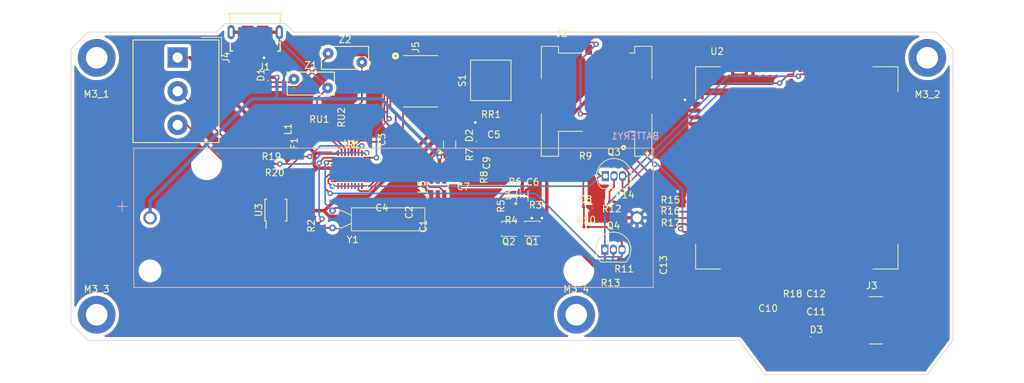
<source format=kicad_pcb>
(kicad_pcb (version 20211014) (generator pcbnew)
  (title_block (title "Mercurio: LTE Transmitter for IoT Sensing") (date "23/05/2022") (rev "V1.0") (company "Vitor Cruz Souza") (comment 1 "Made as an entry avaluation project for TRACTIAN."))
  (layers (0 "F.Cu" signal) (31 "B.Cu" signal) (34 "B.Paste" user) (35 "F.Paste" user) (36 "B.SilkS" user "B.Silkscreen") (37 "F.SilkS" user "F.Silkscreen") (38 "B.Mask" user) (39 "F.Mask" user) (44 "Edge.Cuts" user))
  (net 0 "")
  (net 1 "GND")
  (net 2 "Net-(BATTERY1-PadP)")
  (net 3 "Net-(C1-Pad2)")
  (net 4 "Net-(C2-Pad2)")
  (net 5 "Net-(C3-Pad1)")
  (net 6 "VBAT")
  (net 7 "Net-(C5-Pad1)")
  (net 8 "Net-(C6-Pad2)")
  (net 9 "Net-(C8-Pad1)")
  (net 10 "Net-(C10-Pad1)")
  (net 11 "Net-(C10-Pad2)")
  (net 12 "Net-(C13-Pad1)")
  (net 13 "VUSB")
  (net 14 "Net-(D2-Pad2)")
  (net 15 "Net-(F1-Pad2)")
  (net 16 "Net-(Z1-Pad2)")
  (net 17 "Net-(Z2-Pad2)")
  (net 19 "Net-(L1-Pad2)")
  (net 20 "SIM_VDD")
  (net 21 "SIM_RST")
  (net 22 "SIM_CLK")
  (net 23 "SIM_DATA")
  (net 24 "MAIN_ANT")
  (net 25 "Net-(J4-Pad2)")
  (net 26 "Net-(J4-Pad3)")
  (net 27 "Net-(J5-Pad1)")
  (net 28 "Net-(J5-Pad3)")
  (net 29 "Net-(J5-Pad4)")
  (net 30 "Net-(Q1-Pad1)")
  (net 31 "Net-(Q1-Pad3)")
  (net 32 "Net-(Q2-Pad3)")
  (net 33 "Net-(Q2-Pad4)")
  (net 34 "TXA")
  (net 35 "Net-(Q3-Pad2)")
  (net 36 "Net-(Q3-Pad3)")
  (net 37 "Net-(Q4-Pad1)")
  (net 38 "Net-(Q4-Pad2)")
  (net 39 "RXA")
  (net 40 "Net-(R2-Pad2)")
  (net 41 "Net-(R5-Pad1)")
  (net 42 "Net-(R7-Pad2)")
  (net 43 "Net-(R12-Pad1)")
  (net 44 "Net-(R15-Pad2)")
  (net 45 "Net-(R16-Pad2)")
  (net 46 "Net-(R17-Pad2)")
  (net 47 "Net-(R19-Pad1)")
  (net 48 "SCL")
  (net 49 "Net-(R20-Pad1)")
  (net 50 "SCA")
  (net 51 "Net-(RU1-Pad2)")
  (net 52 "Net-(RU2-Pad1)")
  (net 53 "Net-(RU2-Pad2)")
  (net 54 "Net-(U1-Pad3)")
  (footprint "Resistor_SMD:R_0201_0603Metric" (layer "F.Cu") (at 161.4073 108.301 180)
    (fp_text reference "R13")
    (fp_text value "4.7k")
  )
  (footprint "MountingHole:MountingHole_3.2mm_M3_DIN965_Pad" (layer "F.Cu") (at 85.2085 75.9651)
    (fp_text reference "M3_1")
    (fp_text value "MountingHole_3.2mm_M3_DIN965_Pad")
  )
  (footprint "MountingHole:MountingHole_3.2mm_M3_DIN965_Pad" (layer "F.Cu") (at 156.3285 114.0651)
    (fp_text reference "M3_4")
    (fp_text value "MountingHole_3.2mm_M3_DIN965_Pad")
  )
  (footprint "MountingHole:MountingHole_3.2mm_M3_DIN965_Pad" (layer "F.Cu") (at 208.3985 75.9651)
    (fp_text reference "M3_2")
    (fp_text value "MountingHole_3.2mm_M3_DIN965_Pad")
  )
  (footprint "Resistor_SMD:R_0201_0603Metric" (layer "F.Cu") (at 143.6931 83.3113 180)
    (fp_text reference "RR1")
    (fp_text value "10k")
  )
  (footprint "Resistor_SMD:R_0201_0603Metric" (layer "F.Cu") (at 163.5169 97.3385)
    (fp_text reference "R14")
    (fp_text value "4.7k")
  )
  (footprint "Diode_SMD:D_0201_0603Metric" (layer "F.Cu") (at 110.6085 78.5051 90)
    (fp_text reference "D1")
    (fp_text value "MMSZ5221B")
  )
  (footprint "Capacitor_SMD:C_0201_0603Metric" (layer "F.Cu") (at 127.5138 99.2625)
    (fp_text reference "C4")
    (fp_text value "100nF")
  )
  (footprint "Resistor_SMD:R_0201_0603Metric" (layer "F.Cu") (at 122.5601 84.7959 90)
    (fp_text reference "RU2")
    (fp_text value "22R")
  )
  (footprint "Capacitor_SMD:C_0201_0603Metric" (layer "F.Cu") (at 191.8885 112.0001)
    (fp_text reference "C12")
    (fp_text value "33pF")
  )
  (footprint "TerminalBlock_Altech:Altech_AK300_1x03_P5.00mm_45-Degree" (layer "F.Cu") (at 97.2116 75.9158 -90)
    (fp_text reference "J4")
    (fp_text value "SENSOR_IN")
  )
  (footprint "Capacitor_SMD:C_0201_0603Metric" (layer "F.Cu") (at 157.7134 98.0095)
    (fp_text reference "C8")
    (fp_text value "0.1uF")
  )
  (footprint "BQ29707DSET:SON50P150X150X80-6N" (layer "F.Cu") (at 148.3267 96.4516 90)
    (fp_text reference "U4")
    (fp_text value "BQ29707DSET")
  )
  (footprint "Resistor_SMD:R_0201_0603Metric" (layer "F.Cu") (at 147.2626 93.3094 180)
    (fp_text reference "R6")
    (fp_text value "330R")
  )
  (footprint "SIM7600E-H:IC_SIM7600E-H" (layer "F.Cu") (at 189.0404 92.2845)
    (fp_text reference "U2")
    (fp_text value "SIM7600E-H")
  )
  (footprint "Resistor_SMD:R_0201_0603Metric" (layer "F.Cu") (at 118.2285 86.1251)
    (fp_text reference "RU1")
    (fp_text value "22R")
  )
  (footprint "Resistor_SMD:R_0201_0603Metric" (layer "F.Cu") (at 161.5838 97.3033 180)
    (fp_text reference "R12")
    (fp_text value "4.7k")
  )
  (footprint "Resistor_SMD:R_0201_0603Metric" (layer "F.Cu") (at 188.4193 112.0128)
    (fp_text reference "R18")
    (fp_text value "1k")
  )
  (footprint "Diode_SMD:D_0201_0603Metric" (layer "F.Cu") (at 191.9517 117.3377)
    (fp_text reference "D3")
    (fp_text value "MMSZ5221B")
  )
  (footprint "Capacitor_SMD:C_0201_0603Metric" (layer "F.Cu") (at 139.5936 94.0185 180)
    (fp_text reference "C7")
    (fp_text value "22pF")
  )
  (footprint "Resistor_SMD:R_0201_0603Metric" (layer "F.Cu") (at 150.2896 98.8433)
    (fp_text reference "R3")
    (fp_text value "5.1M")
  )
  (footprint "Resistor_SMD:R_0201_0603Metric" (layer "F.Cu") (at 141.6083 93.6773 -90)
    (fp_text reference "R8")
    (fp_text value "30R")
  )
  (footprint "693010020611:WURTH_693010020611" (layer "F.Cu") (at 159.3489 81.0592)
    (fp_text reference "J2")
    (fp_text value "SIM_CARD_SLOT")
  )
  (footprint "Capacitor_SMD:C_0201_0603Metric" (layer "F.Cu") (at 132.5955 100.9436 -90)
    (fp_text reference "C1")
    (fp_text value "22pF")
  )
  (footprint "Resistor_SMD:R_0201_0603Metric" (layer "F.Cu") (at 170.2816 99.7299)
    (fp_text reference "R16")
    (fp_text value "22R")
  )
  (footprint "Diode_SMD:D_0201_0603Metric" (layer "F.Cu") (at 141.5254 87.4881 90)
    (fp_text reference "D2")
    (fp_text value "MMSZ5221B")
  )
  (footprint "Varistor:RV_Disc_D7mm_W3.4mm_P5mm" (layer "F.Cu") (at 119.4585 80.4251 180)
    (fp_text reference "Z1")
    (fp_text value "PGB1010604")
  )
  (footprint "Resistor_SMD:R_0201_0603Metric" (layer "F.Cu") (at 170.3011 98.0936)
    (fp_text reference "R15")
    (fp_text value "22R")
  )
  (footprint "Package_SO:TSSOP-10_3x3mm_P0.5mm" (layer "F.Cu") (at 111.7819 98.5458 90)
    (fp_text reference "U3")
    (fp_text value "ADS1115IDGS")
  )
  (footprint "Crystal:Crystal_AT310_D3.0mm_L10.0mm_Horizontal" (layer "F.Cu") (at 120.1795 101.1808 90)
    (fp_text reference "Y1")
    (fp_text value "16MHz")
  )
  (footprint "Capacitor_SMD:C_0201_0603Metric" (layer "F.Cu") (at 191.9087 114.6696)
    (fp_text reference "C11")
    (fp_text value "0.1uF")
  )
  (footprint "CONSMA001-SMD-G:LINX_CONSMA001-SMD-G" (layer "F.Cu") (at 200.7785 114.8915)
    (fp_text reference "J3")
    (fp_text value "MAIN_ANTENNA")
  )
  (footprint "MountingHole:MountingHole_3.2mm_M3_DIN965_Pad" (layer "F.Cu") (at 85.2085 114.0651)
    (fp_text reference "M3_3")
    (fp_text value "MountingHole_3.2mm_M3_DIN965_Pad")
  )
  (footprint "Package_TO_SOT_SMD:SOT-23-6" (layer "F.Cu") (at 135.7976 95.1081 90)
    (fp_text reference "U5")
    (fp_text value "MT3608")
  )
  (footprint "Capacitor_SMD:C_0201_0603Metric" (layer "F.Cu") (at 149.8782 93.3401 180)
    (fp_text reference "C6")
    (fp_text value "0.1uF")
  )
  (footprint "Resistor_SMD:R_0201_0603Metric" (layer "F.Cu") (at 111.1168 91.6534)
    (fp_text reference "R19")
    (fp_text value "10k")
  )
  (footprint "61000621121:61000621121" (layer "F.Cu") (at 133.3368 82.0318 -90)
    (fp_text reference "J5")
    (fp_text value "ICSP")
  )
  (footprint "Resistor_SMD:R_0201_0603Metric" (layer "F.Cu") (at 163.4291 108.3222)
    (fp_text reference "R11")
    (fp_text value "4.7k")
  )
  (footprint "Package_SON:Texas_DQK" (layer "F.Cu") (at 149.8222 101.3068 180)
    (fp_text reference "Q1")
    (fp_text value "CSD16301Q2")
  )
  (footprint "Inductor_SMD:L_0201_0603Metric" (layer "F.Cu") (at 114.642 86.5365 90)
    (fp_text reference "L1")
    (fp_text value "BLM21")
  )
  (footprint "Package_TO_SOT_THT:TO-92_Inline" (layer "F.Cu") (at 160.6588 93.4985)
    (fp_text reference "Q3")
    (fp_text value "S8050")
  )
  (footprint "USB3075-30-A:GCT_USB3075-30-A" (layer "F.Cu") (at 110.0185 74.8051 180)
    (fp_text reference "J1")
    (fp_text value "USB_MICRO_B")
  )
  (footprint "Resistor_SMD:R_0201_0603Metric" (layer "F.Cu") (at 141.5616 90.3284 90)
    (fp_text reference "R7")
    (fp_text value "220R")
  )
  (footprint "Package_DFN_QFN:QFN-32-1EP_5x5mm_P0.5mm_EP3.1x3.1mm" (layer "F.Cu") (at 122.7834 92.5239)
    (fp_text reference "U1")
    (fp_text value "ATmega8U2-MU")
  )
  (footprint "Resistor_SMD:R_0201_0603Metric" (layer "F.Cu") (at 144.1168 97.9603 -90)
    (fp_text reference "R5")
    (fp_text value "2.2k")
  )
  (footprint "AIML-1206-120K-T:INDC3216X140N" (layer "F.Cu") (at 137.5585 88.8254 90)
    (fp_text reference "L2")
    (fp_text value "12uH")
  )
  (footprint "Package_SON:Texas_DQK" (layer "F.Cu") (at 146.3312 101.3259 180)
    (fp_text reference "Q2")
    (fp_text value "CSD16301Q2")
  )
  (footprint "Resistor_SMD:R_0201_0603Metric" (layer "F.Cu") (at 157.7058 91.5683)
    (fp_text reference "R9")
    (fp_text value "4.7k")
  )
  (footprint "Capacitor_SMD:C_0201_0603Metric" (layer "F.Cu") (at 128.5643 88.0944 90)
    (fp_text reference "C3")
    (fp_text value "1uF")
  )
  (footprint "Resistor_SMD:R_0201_0603Metric" (layer "F.Cu") (at 118.0903 100.8766 90)
    (fp_text reference "R2")
    (fp_text value "27R")
  )
  (footprint "Capacitor_SMD:C_0201_0603Metric" (layer "F.Cu") (at 144.0926 91.5581 90)
    (fp_text reference "C9")
    (fp_text value "22pF")
  )
  (footprint "Capacitor_SMD:C_0201_0603Metric" (layer "F.Cu") (at 144.1097 86.3037 180)
    (fp_text reference "C5")
    (fp_text value "0.1uF")
  )
  (footprint "5-1437565-0:SW_5-1437565-0" (layer "F.Cu") (at 143.6571 79.3034 90)
    (fp_text reference "S1")
    (fp_text value "RESET_SW")
  )
  (footprint "Resistor_SMD:R_0201_0603Metric" (layer "F.Cu") (at 170.3257 101.4714)
    (fp_text reference "R17")
    (fp_text value "22R")
  )
  (footprint "Resistor_SMD:R_0201_0603Metric" (layer "F.Cu") (at 146.6826 98.9796 180)
    (fp_text reference "R4")
    (fp_text value "5.1M")
  )
  (footprint "Resistor_SMD:R_0201_0603Metric" (layer "F.Cu") (at 123.3367 87.7757 180)
    (fp_text reference "R1")
    (fp_text value "1M")
  )
  (footprint "Varistor:RV_Disc_D7mm_W3.4mm_P5mm" (layer "F.Cu") (at 124.5385 76.6151 180)
    (fp_text reference "Z2")
    (fp_text value "PGB1010604")
  )
  (footprint "Resistor_SMD:R_0201_0603Metric" (layer "F.Cu") (at 157.7878 101.0466)
    (fp_text reference "R10")
    (fp_text value "4.7k")
  )
  (footprint "Package_TO_SOT_THT:TO-92_Inline" (layer "F.Cu") (at 160.5705 104.4097)
    (fp_text reference "Q4")
    (fp_text value "S8050")
  )
  (footprint "Capacitor_SMD:C_0201_0603Metric" (layer "F.Cu") (at 184.7815 112.0655 180)
    (fp_text reference "C10")
    (fp_text value "0.1uF")
  )
  (footprint "Capacitor_SMD:C_0201_0603Metric" (layer "F.Cu") (at 132.5962 98.8807 90)
    (fp_text reference "C2")
    (fp_text value "22pF")
  )
  (footprint "Capacitor_SMD:C_0201_0603Metric" (layer "F.Cu") (at 170.3257 106.6993 90)
    (fp_text reference "C13")
    (fp_text value "1uF")
  )
  (footprint "Resistor_SMD:R_0201_0603Metric" (layer "F.Cu") (at 111.6052 94.0435)
    (fp_text reference "R20")
    (fp_text value "10k")
  )
  (footprint "Fuse:Fuse_0402_1005Metric" (layer "F.Cu") (at 115.6885 88.6651 90)
    (fp_text reference "F1")
    (fp_text value "500mA")
  )
  (footprint "1043:BAT_1043" (layer "B.Cu") (at 129.2337 99.6874 180)
    (fp_text reference "BATTERY1")
    (fp_text value "18650_SOCKET")
  )
  (gr_line (start 204.5885 72.1551) (end 209.6685 72.1551) (layer "Edge.Cuts") (width 0.1))
  (gr_line (start 209.6685 72.1551) (end 212.2085 74.6951) (layer "Edge.Cuts") (width 0.1))
  (gr_line (start 212.2085 116.6051) (end 212.2085 117.8751) (layer "Edge.Cuts") (width 0.1))
  (gr_line (start 95.3685 72.1551) (end 91.5585 72.1551) (layer "Edge.Cuts") (width 0.1))
  (gr_line (start 184.2685 122.9551) (end 204.5885 122.9551) (layer "Edge.Cuts") (width 0.1))
  (gr_line (start 180.4585 117.8751) (end 179.1885 117.8751) (layer "Edge.Cuts") (width 0.1))
  (gr_line (start 212.2085 117.8751) (end 208.3985 122.9551) (layer "Edge.Cuts") (width 0.1))
  (gr_line (start 113.1485 70.8851) (end 114.4185 72.1551) (layer "Edge.Cuts") (width 0.1))
  (gr_line (start 104.2585 70.8851) (end 102.9885 72.1551) (layer "Edge.Cuts") (width 0.1))
  (gr_line (start 90.2885 72.1551) (end 83.9385 72.1551) (layer "Edge.Cuts") (width 0.1))
  (gr_line (start 96.6385 117.8751) (end 179.1885 117.8751) (layer "Edge.Cuts") (width 0.1))
  (gr_line (start 95.3685 117.8751) (end 96.6385 117.8751) (layer "Edge.Cuts") (width 0.1))
  (gr_line (start 212.2085 74.6951) (end 212.2085 116.6051) (layer "Edge.Cuts") (width 0.1))
  (gr_line (start 114.4185 72.1551) (end 204.5885 72.1551) (layer "Edge.Cuts") (width 0.1))
  (gr_line (start 81.3985 74.6951) (end 81.3985 115.3351) (layer "Edge.Cuts") (width 0.1))
  (gr_line (start 102.9885 72.1551) (end 101.7185 72.1551) (layer "Edge.Cuts") (width 0.1))
  (gr_line (start 101.7185 72.1551) (end 95.3685 72.1551) (layer "Edge.Cuts") (width 0.1))
  (gr_line (start 81.3985 115.3351) (end 83.9385 117.8751) (layer "Edge.Cuts") (width 0.1))
  (gr_line (start 83.9385 72.1551) (end 81.3985 74.6951) (layer "Edge.Cuts") (width 0.1))
  (gr_line (start 104.2585 70.8851) (end 113.1485 70.8851) (layer "Edge.Cuts") (width 0.1))
  (gr_line (start 83.9385 117.8751) (end 95.3685 117.8751) (layer "Edge.Cuts") (width 0.1))
  (gr_line (start 91.5585 72.1551) (end 90.2885 72.1551) (layer "Edge.Cuts") (width 0.1))
  (gr_line (start 208.3985 122.9551) (end 204.5885 122.9551) (layer "Edge.Cuts") (width 0.1))
  (gr_line (start 184.2685 122.9551) (end 180.4585 117.8751) (layer "Edge.Cuts") (width 0.1))
  (segment (start 132.5962 99.2007) (end 133.2521 99.2007) (width 0.5) (layer "F.Cu") (net 1))
  (segment (start 173.9404 83.7845) (end 172.8277 83.7845) (width 0.5) (layer "F.Cu") (net 1))
  (segment (start 146.7806 73.3781) (end 151.8989 78.4964) (width 0.5) (layer "F.Cu") (net 1))
  (segment (start 127.3497 87.0057) (end 124.4267 87.0057) (width 0.5) (layer "F.Cu") (net 1))
  (segment (start 205.3657 85.7845) (end 205.3657 84.7845) (width 0.5) (layer "F.Cu") (net 1))
  (segment (start 170.3257 102.8675) (end 170.3257 106.3793) (width 0.5) (layer "F.Cu") (net 1))
  (segment (start 204.1404 82.7845) (end 205.3657 82.7845) (width 0.5) (layer "F.Cu") (net 1))
  (segment (start 179.5404 78.4098) (end 181.5404 78.4098) (width 0.25) (layer "F.Cu") (net 1))
  (segment (start 191.5685 112.0001) (end 191.5685 111.7559) (width 0.25) (layer "F.Cu") (net 1))
  (segment (start 202.9151 101.7845) (end 202.9151 99.7845) (width 0.5) (layer "F.Cu") (net 1))
  (segment (start 204.1404 99.7845) (end 205.3657 99.7845) (width 0.5) (layer "F.Cu") (net 1))
  (segment (start 107.4185 77.8644) (end 113.7501 84.196) (width 0.5) (layer "F.Cu") (net 1))
  (segment (start 127.5111 99.806) (end 127.1938 99.4887) (width 0.5) (layer "F.Cu") (net 1))
  (segment (start 127.1938 99.4887) (end 127.1938 99.2625) (width 0.25) (layer "F.Cu") (net 1))
  (segment (start 204.1404 85.7845) (end 205.3657 85.7845) (width 0.25) (layer "F.Cu") (net 1))
  (segment (start 199.0355 116.2485) (end 197.6785 114.8915) (width 0.5) (layer "F.Cu") (net 1))
  (segment (start 168.6495 83.7845) (end 167.8742 83.0092) (width 0.5) (layer "F.Cu") (net 1))
  (segment (start 141.9734 93.9973) (end 141.6083 93.9973) (width 0.25) (layer "F.Cu") (net 1))
  (segment (start 181.5404 77.7971) (end 181.5404 78.4098) (width 0.25) (layer "F.Cu") (net 1))
  (segment (start 166.2113 79.1839) (end 164.2942 77.2668) (width 0.5) (layer "F.Cu") (net 1))
  (segment (start 150.1982 93.3401) (end 150.1982 94.4501) (width 0.5) (layer "F.Cu") (net 1))
  (segment (start 141.4071 83.8534) (end 141.4071 85.2287) (width 0.5) (layer "F.Cu") (net 1))
  (segment (start 191.6317 117.3377) (end 191.5887 117.2947) (width 0.25) (layer "F.Cu") (net 1))
  (segment (start 181.5404 77.7971) (end 181.9278 77.7971) (width 0.25) (layer "F.Cu") (net 1))
  (segment (start 173.9404 83.7845) (end 173.9404 82.7845) (width 0.5) (layer "F.Cu") (net 1))
  (segment (start 191.6317 117.6123) (end 191.6317 117.3377) (width 0.25) (layer "F.Cu") (net 1))
  (segment (start 133.3362 76.1265) (end 128.8977 76.1265) (width 0.5) (layer "F.Cu") (net 1))
  (segment (start 202.5215 116.2485) (end 199.0355 116.2485) (width 0.5) (layer "F.Cu") (net 1))
  (segment (start 164.2942 75.8045) (end 164.2942 77.2668) (width 0.5) (layer "F.Cu") (net 1))
  (segment (start 141.4071 75.2342) (end 141.4071 74.7534) (width 0.25) (layer "F.Cu") (net 1))
  (segment (start 128.8977 76.1265) (end 127.3497 77.6745) (width 0.5) (layer "F.Cu") (net 1))
  (segment (start 128.5643 87.7744) (end 128.1184 87.7744) (width 0.5) (layer "F.Cu") (net 1))
  (segment (start 179.5404 77.1845) (end 179.5404 78.2972) (width 0.25) (layer "F.Cu") (net 1))
  (segment (start 198.5404 75.9592) (end 195.5404 75.9592) (width 0.5) (layer "F.Cu") (net 1))
  (segment (start 151.2419 99.7305) (end 151.366 99.8546) (width 0.25) (layer "F.Cu") (net 1))
  (segment (start 134.1615 76.9518) (end 133.3362 76.1265) (width 0.5) (layer "F.Cu") (net 1))
  (segment (start 172.7151 102.7845) (end 172.6321 102.8675) (width 0.25) (layer "F.Cu") (net 1))
  (segment (start 198.5404 114.0296) (end 198.5404 107.3845) (width 0.5) (layer "F.Cu") (net 1))
  (segment (start 194.5404 77.1845) (end 194.5404 75.9592) (width 0.25) (layer "F.Cu") (net 1))
  (segment (start 170.3257 102.8675) (end 168.5238 102.8675) (width 0.5) (layer "F.Cu") (net 1))
  (segment (start 151.8989 83.0092) (end 151.8989 80.3092) (width 0.5) (layer "F.Cu") (net 1))
  (segment (start 113.7501 84.196) (end 114.0936 84.196) (width 0.25) (layer "F.Cu") (net 1))
  (segment (start 123.0334 87.7757) (end 123.0167 87.7757) (width 0.25) (layer "F.Cu") (net 1))
  (segment (start 173.9404 86.7845) (end 172.8277 86.7845) (width 0.5) (layer "F.Cu") (net 1))
  (segment (start 139.9348 93.9973) (end 139.9136 94.0185) (width 0.25) (layer "F.Cu") (net 1))
  (segment (start 124.4267 87.0057) (end 123.6567 87.7757) (width 0.5) (layer "F.Cu") (net 1))
  (segment (start 132.5962 99.2007) (end 132.5962 99.8053) (width 0.5) (layer "F.Cu") (net 1))
  (segment (start 203.0277 101.7845) (end 202.9151 101.7845) (width 0.25) (layer "F.Cu") (net 1))
  (segment (start 195.6911 81.2591) (end 198.5404 78.4098) (width 0.5) (layer "F.Cu") (net 1))
  (segment (start 151.2419 98.2368) (end 151.2419 99.7305) (width 0.5) (layer "F.Cu") (net 1))
  (segment (start 204.1404 101.7845) (end 203.0277 101.7845) (width 0.5) (layer "F.Cu") (net 1))
  (segment (start 172.8277 83.7845) (end 172.7151 83.7845) (width 0.25) (layer "F.Cu") (net 1))
  (segment (start 151.366 99.8546) (end 151.366 102.2545) (width 0.5) (layer "F.Cu") (net 1))
  (segment (start 198.5404 77.1845) (end 198.5404 75.9592) (width 0.5) (layer "F.Cu") (net 1))
  (segment (start 135.0992 76.9518) (end 136.0368 76.9518) (width 0.25) (layer "F.Cu") (net 1))
  (segment (start 135.7976 96.6552) (end 135.7976 96.2456) (width 0.25) (layer "F.Cu") (net 1))
  (segment (start 205.3657 85.7845) (end 205.3657 99.7845) (width 0.5) (layer "F.Cu") (net 1))
  (segment (start 198.5404 78.4098) (end 198.5404 77.1845) (width 0.5) (layer "F.Cu") (net 1))
  (segment (start 148.9703 91.8781) (end 150.1982 93.106) (width 0.5) (layer "F.Cu") (net 1))
  (segment (start 150.8236 83.0092) (end 147.0033 86.8295) (width 0.5) (layer "F.Cu") (net 1))
  (segment (start 132.5955 99.806) (end 127.5111 99.806) (width 0.5) (layer "F.Cu") (net 1))
  (segment (start 172.7151 86.7845) (end 172.7151 83.7845) (width 0.5) (layer "F.Cu") (net 1))
  (segment (start 164.2942 77.2668) (end 163.0646 78.4964) (width 0.5) (layer "F.Cu") (net 1))
  (segment (start 143.7897 86.5202) (end 143.7897 86.3037) (width 0.5) (layer "F.Cu") (net 1))
  (segment (start 191.5685 112.0001) (end 188.752 112.0001) (width 0.5) (layer "F.Cu") (net 1))
  (segment (start 166.7989 83.0092) (end 167.8742 83.0092) (width 0.5) (layer "F.Cu") (net 1))
  (segment (start 140.584 76.9518) (end 141.4071 76.1287) (width 0.5) (layer "F.Cu") (net 1))
  (segment (start 203.5278 82.7845) (end 204.1404 82.7845) (width 0.25) (layer "F.Cu") (net 1))
  (segment (start 151.1285 102.492) (end 141.6344 102.492) (width 0.5) (layer "F.Cu") (net 1))
  (segment (start 122.8024 75.4872) (end 114.0936 84.196) (width 0.5) (layer "F.Cu") (net 1))
  (segment (start 197.6785 114.8915) (end 198.5404 114.0296) (width 0.5) (layer "F.Cu") (net 1))
  (segment (start 151.8989 83.0092) (end 150.8236 83.0092) (width 0.5) (layer "F.Cu") (net 1))
  (segment (start 149.7272 100.6568) (end 148.8472 100.6568) (width 0.5) (layer "F.Cu") (net 1))
  (segment (start 142.4821 86.3037) (end 141.4071 85.2287) (width 0.5) (layer "F.Cu") (net 1))
  (segment (start 173.3278 82.7845) (end 174.8532 81.2591) (width 0.5) (layer "F.Cu") (net 1))
  (segment (start 188.752 112.0001) (end 188.7393 112.0128) (width 0.25) (layer "F.Cu") (net 1))
  (segment (start 182.5404 75.9592) (end 194.5404 75.9592) (width 0.25) (layer "F.Cu") (net 1))
  (segment (start 149.9696 98.8433) (end 149.7432 99.0697) (width 0.5) (layer "F.Cu") (net 1))
  (segment (start 194.5404 77.1845) (end 195.5404 77.1845) (width 0.5) (layer "F.Cu") (net 1))
  (segment (start 191.9062 117.8868) (end 191.6317 117.6123) (width 0.5) (layer "F.Cu") (net 1))
  (segment (start 150.1982 94.4501) (end 148.8267 95.8216) (width 0.5) (layer "F.Cu") (net 1))
  (segment (start 203.5278 82.7845) (end 202.9151 82.7845) (width 0.5) (layer "F.Cu") (net 1))
  (segment (start 125.1624 75.4872) (end 122.8024 75.4872) (width 0.5) (layer "F.Cu") (net 1))
  (segment (start 173.9404 82.7845) (end 173.3278 82.7845) (width 0.25) (layer "F.Cu") (net 1))
  (segment (start 149.7272 100.6568) (end 149.7272 99.7465) (width 0.5) (layer "F.Cu") (net 1))
  (segment (start 144.0926 91.8781) (end 148.9703 91.8781) (width 0.5) (layer "F.Cu") (net 1))
  (segment (start 205.3657 82.7845) (end 205.3657 84.7845) (width 0.5) (layer "F.Cu") (net 1))
  (segment (start 197.6785 114.8915) (end 194.6832 117.8868) (width 0.5) (layer "F.Cu") (net 1))
  (segment (start 194.6832 117.8868) (end 191.9062 117.8868) (width 0.5) (layer "F.Cu") (net 1))
  (segment (start 165.3437 99.6874) (end 159.7113 99.6874) (width 0.5) (layer "F.Cu") (net 1))
  (segment (start 149.7432 99.0697) (end 149.7432 99.7305) (width 0.5) (layer "F.Cu") (net 1))
  (segment (start 141.4071 73.3781) (end 146.7806 73.3781) (width 0.5) (layer "F.Cu") (net 1))
  (segment (start 127.3497 77.6745) (end 125.1624 75.4872) (width 0.5) (layer "F.Cu") (net 1))
  (segment (start 114.3858 86.8565) (end 114.642 86.8565) (width 0.5) (layer "F.Cu") (net 1))
  (segment (start 173.9404 91.7845) (end 172.7151 91.7845) (width 0.5) (layer "F.Cu") (net 1))
  (segment (start 178.2037 79.7465) (end 179.5404 78.4098) (width 0.25) (layer "F.Cu") (net 1))
  (segment (start 166.7989 80.3092) (end 166.7989 79.7465) (width 0.25) (layer "F.Cu") (net 1))
  (segment (start 191.5685 111.7559) (end 194.7146 108.6098) (width 0.5) (layer "F.Cu") (net 1))
  (segment (start 163.0646 78.4964) (end 151.8989 78.4964) (width 0.5) (layer "F.Cu") (net 1))
  (segment (start 182.5404 77.1845) (end 182.5404 75.9592) (width 0.25) (layer "F.Cu") (net 1))
  (segment (start 195.5404 107.3845) (end 195.5404 108.6098) (width 0.5) (layer "F.Cu") (net 1))
  (segment (start 181.9278 77.7971) (end 182.5404 77.1845) (width 0.25) (layer "F.Cu") (net 1))
  (segment (start 172.7151 95.7845) (end 173.9404 95.7845) (width 0.5) (layer "F.Cu") (net 1))
  (segment (start 151.366 102.2545) (end 151.1285 102.492) (width 0.25) (layer "F.Cu") (net 1))
  (segment (start 203.8785 114.8915) (end 202.5215 116.2485) (width 0.5) (layer "F.Cu") (net 1))
  (segment (start 166.7989 79.7465) (end 178.2037 79.7465) (width 0.5) (layer "F.Cu") (net 1))
  (segment (start 132.5962 99.8053) (end 132.5955 99.806) (width 0.25) (layer "F.Cu") (net 1))
  (segment (start 147.0033 86.8295) (end 144.099 86.8295) (width 0.5) (layer "F.Cu") (net 1))
  (segment (start 150.1982 93.106) (end 150.1982 93.3401) (width 0.25) (layer "F.Cu") (net 1))
  (segment (start 141.4071 74.7534) (end 141.4071 73.3781) (width 0.5) (layer "F.Cu") (net 1))
  (segment (start 127.3497 77.6745) (end 127.3497 87.0057) (width 0.5) (layer "F.Cu") (net 1))
  (segment (start 135.0992 76.9518) (end 134.1615 76.9518) (width 0.5) (layer "F.Cu") (net 1))
  (segment (start 171.3549 95.7845) (end 172.7151 95.7845) (width 0.5) (layer "F.Cu") (net 1))
  (segment (start 128.1184 87.7744) (end 127.3497 87.0057) (width 0.5) (layer "F.Cu") (net 1))
  (segment (start 143.7897 86.3037) (end 142.4821 86.3037) (width 0.5) (layer "F.Cu") (net 1))
  (segment (start 107.4185 74.8051) (end 107.4185 77.8644) (width 0.5) (layer "F.Cu") (net 1))
  (segment (start 149.7272 99.7465) (end 149.7432 99.7305) (width 0.25) (layer "F.Cu") (net 1))
  (segment (start 172.7151 95.7845) (end 172.7151 91.7845) (width 0.5) (layer "F.Cu") (net 1))
  (segment (start 141.4071 75.2342) (end 141.4071 76.1287) (width 0.5) (layer "F.Cu") (net 1))
  (segment (start 159.7113 99.6874) (end 158.0334 98.0095) (width 0.5) (layer "F.Cu") (net 1))
  (segment (start 198.5404 106.1592) (end 198.5404 107.3845) (width 0.5) (layer "F.Cu") (net 1))
  (segment (start 168.5238 102.8675) (end 165.3437 99.6874) (width 0.5) (layer "F.Cu") (net 1))
  (segment (start 173.9404 102.7845) (end 172.7151 102.7845) (width 0.5) (layer "F.Cu") (net 1))
  (segment (start 151.8989 78.4964) (end 151.8989 80.3092) (width 0.5) (layer "F.Cu") (net 1))
  (segment (start 202.9151 82.7845) (end 198.5404 78.4098) (width 0.5) (layer "F.Cu") (net 1))
  (segment (start 166.7989 79.1839) (end 166.2113 79.1839) (width 0.25) (layer "F.Cu") (net 1))
  (segment (start 141.6083 93.9973) (end 139.9348 93.9973) (width 0.5) (layer "F.Cu") (net 1))
  (segment (start 144.0926 91.8781) (end 141.9734 93.9973) (width 0.5) (layer "F.Cu") (net 1))
  (segment (start 194.7146 108.6098) (end 195.5404 108.6098) (width 0.5) (layer "F.Cu") (net 1))
  (segment (start 179.5404 78.2972) (end 179.5404 78.4098) (width 0.25) (layer "F.Cu") (net 1))
  (segment (start 172.7151 83.7845) (end 168.6495 83.7845) (width 0.5) (layer "F.Cu") (net 1))
  (segment (start 204.1404 99.7845) (end 202.9151 99.7845) (width 0.5) (layer "F.Cu") (net 1))
  (segment (start 202.9151 101.7845) (end 198.5404 106.1592) (width 0.5) (layer "F.Cu") (net 1))
  (segment (start 114.0936 86.5643) (end 114.3858 86.8565) (width 0.5) (layer "F.Cu") (net 1))
  (segment (start 172.8277 86.7845) (end 172.7151 86.7845) (width 0.25) (layer "F.Cu") (net 1))
  (segment (start 195.5404 77.1845) (end 195.5404 75.9592) (width 0.5) (layer "F.Cu") (net 1))
  (segment (start 123.6567 87.7757) (end 123.0334 87.7757) (width 0.5) (layer "F.Cu") (net 1))
  (segment (start 181.5404 77.1845) (end 181.5404 77.7971) (width 0.25) (layer "F.Cu") (net 1))
  (segment (start 172.6321 102.8675) (end 170.3257 102.8675) (width 0.5) (layer "F.Cu") (net 1))
  (segment (start 136.0368 76.9518) (end 140.584 76.9518) (width 0.5) (layer "F.Cu") (net 1))
  (segment (start 141.6344 102.492) (end 135.7976 96.6552) (width 0.5) (layer "F.Cu") (net 1))
  (segment (start 114.0936 84.196) (end 114.0936 86.5643) (width 0.5) (layer "F.Cu") (net 1))
  (segment (start 172.7151 86.7845) (end 172.7151 91.7845) (width 0.5) (layer "F.Cu") (net 1))
  (segment (start 123.0334 87.7757) (end 123.0334 90.0864) (width 0.5) (layer "F.Cu") (net 1))
  (segment (start 166.7989 79.7465) (end 166.7989 79.1839) (width 0.25) (layer "F.Cu") (net 1))
  (segment (start 174.8532 81.2591) (end 195.6911 81.2591) (width 0.5) (layer "F.Cu") (net 1))
  (segment (start 133.2521 99.2007) (end 135.7976 96.6552) (width 0.5) (layer "F.Cu") (net 1))
  (segment (start 144.099 86.8295) (end 143.7897 86.5202) (width 0.5) (layer "F.Cu") (net 1))
  (segment (start 148.8267 95.8216) (end 151.2419 98.2368) (width 0.5) (layer "F.Cu") (net 1))
  (segment (start 204.1404 84.7845) (end 205.3657 84.7845) (width 0.5) (layer "F.Cu") (net 1))
  (segment (start 195.5404 107.3845) (end 195.5404 106.1592) (width 0.5) (layer "F.Cu") (net 1))
  (segment (start 195.5404 106.1592) (end 198.5404 106.1592) (width 0.5) (layer "F.Cu") (net 1))
  (segment (start 132.5955 100.6236) (end 132.5955 99.806) (width 0.25) (layer "F.Cu") (net 1))
  (segment (start 191.5887 117.2947) (end 191.5887 114.6696) (width 0.5) (layer "F.Cu") (net 1))
  (segment (start 163.2489 74.7592) (end 164.2942 75.8045) (width 0.5) (layer "F.Cu") (net 1))
  (via (at 171.3549 95.7845) (size 0.8) (drill 0.4) (layers "F.Cu" "B.Cu") (net 1))
  (via (at 149.7432 99.7305) (size 0.8) (drill 0.4) (layers "F.Cu" "B.Cu") (net 1))
  (via (at 151.2419 99.7305) (size 0.8) (drill 0.4) (layers "F.Cu" "B.Cu") (net 1))
  (segment (start 158.6595 105.9854) (end 163.2888 105.9854) (width 0.25) (layer "B.Cu") (net 1))
  (segment (start 165.3437 103.9305) (end 165.3437 99.6874) (width 0.5) (layer "B.Cu") (net 1))
  (segment (start 163.2888 105.9854) (end 165.3437 103.9305) (width 0.25) (layer "B.Cu") (net 1))
  (segment (start 152.4046 99.7305) (end 158.6595 105.9854) (width 0.5) (layer "B.Cu") (net 1))
  (segment (start 165.3437 99.6874) (end 167.452 99.6874) (width 0.5) (layer "B.Cu") (net 1))
  (segment (start 167.452 99.6874) (end 171.3549 95.7845) (width 0.5) (layer "B.Cu") (net 1))
  (segment (start 151.2419 99.7305) (end 149.7432 99.7305) (width 0.5) (layer "B.Cu") (net 1))
  (segment (start 151.2419 99.7305) (end 152.4046 99.7305) (width 0.5) (layer "B.Cu") (net 1))
  (segment (start 137.5585 90.2854) (end 136.3232 90.2854) (width 0.25) (layer "F.Cu") (net 2))
  (segment (start 139.5622 94.5624) (end 145.6896 94.5624) (width 0.5) (layer "F.Cu") (net 2))
  (segment (start 136.0421 93.7261) (end 135.7976 93.9706) (width 0.25) (layer "F.Cu") (net 2))
  (segment (start 136.0421 93.7261) (end 136.5031 93.7261) (width 0.5) (layer "F.Cu") (net 2))
  (segment (start 110.6289 78.8455) (end 110.6085 78.8251) (width 0.25) (layer "F.Cu") (net 2))
  (segment (start 111.9337 78.8455) (end 110.6289 78.8455) (width 0.5) (layer "F.Cu") (net 2))
  (segment (start 136.0421 90.6816) (end 136.0421 93.7261) (width 0.5) (layer "F.Cu") (net 2))
  (segment (start 139.2257 93.9706) (end 139.2736 94.0185) (width 0.25) (layer "F.Cu") (net 2))
  (segment (start 136.7476 93.9706) (end 139.2257 93.9706) (width 0.5) (layer "F.Cu") (net 2))
  (segment (start 145.6896 94.5624) (end 146.9426 93.3094) (width 0.5) (layer "F.Cu") (net 2))
  (segment (start 136.3232 90.2854) (end 136.3232 90.4005) (width 0.25) (layer "F.Cu") (net 2))
  (segment (start 139.2736 94.2738) (end 139.5622 94.5624) (width 0.5) (layer "F.Cu") (net 2))
  (segment (start 136.3232 90.4005) (end 136.0421 90.6816) (width 0.25) (layer "F.Cu") (net 2))
  (segment (start 139.2736 94.0185) (end 139.2736 94.2738) (width 0.25) (layer "F.Cu") (net 2))
  (segment (start 136.5031 93.7261) (end 136.7476 93.9706) (width 0.5) (layer "F.Cu") (net 2))
  (via (at 136.0421 90.6816) (size 0.8) (drill 0.4) (layers "F.Cu" "B.Cu") (net 2))
  (via (at 111.9337 78.8455) (size 0.8) (drill 0.4) (layers "F.Cu" "B.Cu") (net 2))
  (segment (start 93.1237 97.1874) (end 108.2792 82.0319) (width 0.5) (layer "B.Cu") (net 2))
  (segment (start 111.9337 82.0319) (end 127.3924 82.0319) (width 0.5) (layer "B.Cu") (net 2))
  (segment (start 93.1237 99.6874) (end 93.1237 97.1874) (width 0.5) (layer "B.Cu") (net 2))
  (segment (start 108.2792 82.0319) (end 111.9337 82.0319) (width 0.5) (layer "B.Cu") (net 2))
  (segment (start 111.9337 82.0319) (end 111.9337 78.8455) (width 0.5) (layer "B.Cu") (net 2))
  (segment (start 127.3924 82.0319) (end 136.0421 90.6816) (width 0.5) (layer "B.Cu") (net 2))
  (segment (start 120.2623 101.2636) (end 120.1795 101.1808) (width 0.25) (layer "F.Cu") (net 3))
  (segment (start 132.5955 101.2636) (end 120.2623 101.2636) (width 0.25) (layer "F.Cu") (net 3))
  (segment (start 118.1061 101.1808) (end 118.0903 101.1966) (width 0.25) (layer "F.Cu") (net 3))
  (segment (start 120.1795 101.1808) (end 118.1061 101.1808) (width 0.25) (layer "F.Cu") (net 3))
  (segment (start 120.3459 91.2739) (end 119.513 91.2739) (width 0.25) (layer "F.Cu") (net 4))
  (segment (start 120.1795 98.6408) (end 120.6006 98.2197) (width 0.25) (layer "F.Cu") (net 4))
  (segment (start 132.2552 98.2197) (end 132.5962 98.5607) (width 0.25) (layer "F.Cu") (net 4))
  (segment (start 120.6006 98.2197) (end 132.2552 98.2197) (width 0.25) (layer "F.Cu") (net 4))
  (segment (start 119.513 91.2739) (end 119.2801 91.5068) (width 0.25) (layer "F.Cu") (net 4))
  (via (at 119.2801 91.5068) (size 0.8) (drill 0.4) (layers "F.Cu" "B.Cu") (net 4))
  (segment (start 119.1017 91.6852) (end 119.1017 97.563) (width 0.25) (layer "B.Cu") (net 4))
  (segment (start 119.2801 91.5068) (end 119.1017 91.6852) (width 0.25) (layer "B.Cu") (net 4))
  (segment (start 119.1017 97.563) (end 120.1795 98.6408) (width 0.25) (layer "B.Cu") (net 4))
  (segment (start 124.2847 88.2405) (end 123.5334 88.9918) (width 0.25) (layer "F.Cu") (net 5))
  (segment (start 123.5334 88.9918) (end 123.5334 90.0864) (width 0.25) (layer "F.Cu") (net 5))
  (segment (start 128.5643 88.4144) (end 125.5725 88.4144) (width 0.25) (layer "F.Cu") (net 5))
  (segment (start 125.5725 88.4144) (end 125.3986 88.2405) (width 0.25) (layer "F.Cu") (net 5))
  (segment (start 125.3986 88.2405) (end 124.2847 88.2405) (width 0.25) (layer "F.Cu") (net 5))
  (segment (start 169.4956 81.4346) (end 170.1883 80.7419) (width 0.5) (layer "F.Cu") (net 6))
  (segment (start 114.8974 97.2711) (end 114.8974 95.2955) (width 0.5) (layer "F.Cu") (net 6))
  (segment (start 117.8696 92.3233) (end 120.2965 92.3233) (width 0.5) (layer "F.Cu") (net 6))
  (segment (start 164.5319 112.6107) (end 191.8306 112.6107) (width 0.5) (layer "F.Cu") (net 6))
  (segment (start 142.121 86.9316) (end 140.3444 85.155) (width 0.5) (layer "F.Cu") (net 6))
  (segment (start 111.7819 96.3958) (end 111.7819 97.2711) (width 0.5) (layer "F.Cu") (net 6))
  (segment (start 114.8974 95.2955) (end 117.8696 92.3233) (width 0.5) (layer "F.Cu") (net 6))
  (segment (start 130.6368 79.4918) (end 132.5121 79.4918) (width 0.5) (layer "F.Cu") (net 6))
  (segment (start 149.6836 90.4681) (end 158.7171 81.4346) (width 0.5) (layer "F.Cu") (net 6))
  (segment (start 192.2717 117.3377) (end 192.2717 114.7126) (width 0.5) (layer "F.Cu") (net 6))
  (segment (start 193.1501 112.0001) (end 196.5404 108.6098) (width 0.5) (layer "F.Cu") (net 6))
  (segment (start 142.121 90.3115) (end 142.121 87.8081) (width 0.5) (layer "F.Cu") (net 6))
  (segment (start 117.5326 90.0995) (end 117.5326 90.977) (width 0.5) (layer "F.Cu") (net 6))
  (segment (start 112.2712 89.1501) (end 115.6885 89.1501) (width 0.5) (layer "F.Cu") (net 6))
  (segment (start 136.8102 85.155) (end 140.3444 85.155) (width 0.5) (layer "F.Cu") (net 6))
  (segment (start 127.5003 98.6798) (end 124.559 98.6798) (width 0.5) (layer "F.Cu") (net 6))
  (segment (start 141.7841 90.6484) (end 142.121 90.3115) (width 0.5) (layer "F.Cu") (net 6))
  (segment (start 143.0476 91.2381) (end 142.121 90.3115) (width 0.5) (layer "F.Cu") (net 6))
  (segment (start 118.9982 98.6227) (end 121.1295 96.4914) (width 0.5) (layer "F.Cu") (net 6))
  (segment (start 125.4738 96.4914) (end 136.8102 85.155) (width 0.5) (layer "F.Cu") (net 6))
  (segment (start 142.5398 82.478) (end 143.3731 83.3113) (width 0.5) (layer "F.Cu") (net 6))
  (segment (start 120.2965 92.3233) (end 120.3459 92.2739) (width 0.25) (layer "F.Cu") (net 6))
  (segment (start 151.9673 93.5218) (end 151.9673 99.8179) (width 0.5) (layer "F.Cu") (net 6))
  (segment (start 140.5167 82.478) (end 142.5398 82.478) (width 0.5) (layer "F.Cu") (net 6))
  (segment (start 192.2287 113.0088) (end 191.8306 112.6107) (width 0.5) (layer "F.Cu") (net 6))
  (segment (start 138.0112 80.3171) (end 140.3444 82.6503) (width 0.5) (layer "F.Cu") (net 6))
  (segment (start 124.559 98.6798) (end 123.7673 99.4715) (width 0.5) (layer "F.Cu") (net 6))
  (segment (start 133.3374 80.3171) (end 138.0112 80.3171) (width 0.5) (layer "F.Cu") (net 6))
  (segment (start 140.3444 82.6503) (end 140.5167 82.478) (width 0.25) (layer "F.Cu") (net 6))
  (segment (start 160.0105 107.8611) (end 160.0105 108.0893) (width 0.5) (layer "F.Cu") (net 6))
  (segment (start 121.1295 96.4914) (end 125.4738 96.4914) (width 0.5) (layer "F.Cu") (net 6))
  (segment (start 192.2717 114.7126) (end 192.2287 114.6696) (width 0.25) (layer "F.Cu") (net 6))
  (segment (start 121.0203 90.0995) (end 121.0334 90.0864) (width 0.25) (layer "F.Cu") (net 6))
  (segment (start 151.9673 99.8179) (end 160.0105 107.8611) (width 0.5) (layer "F.Cu") (net 6))
  (segment (start 116.249 98.6227) (end 118.9982 98.6227) (width 0.5) (layer "F.Cu") (net 6))
  (segment (start 132.5121 79.4918) (end 133.3374 80.3171) (width 0.5) (layer "F.Cu") (net 6))
  (segment (start 144.0926 91.2381) (end 149.6836 91.2381) (width 0.5) (layer "F.Cu") (net 6))
  (segment (start 170.1883 80.7419) (end 194.2083 80.7419) (width 0.5) (layer "F.Cu") (net 6))
  (segment (start 118.9982 98.7488) (end 118.9982 98.6227) (width 0.25) (layer "F.Cu") (net 6))
  (segment (start 99.0369 75.9158) (end 112.2712 89.1501) (width 0.5) (layer "F.Cu") (net 6))
  (segment (start 192.2085 112.0001) (end 193.1501 112.0001) (width 0.5) (layer "F.Cu") (net 6))
  (segment (start 127.8338 99.2625) (end 127.8338 99.0133) (width 0.25) (layer "F.Cu") (net 6))
  (segment (start 141.5616 90.6484) (end 141.7841 90.6484) (width 0.25) (layer "F.Cu") (net 6))
  (segment (start 117.5326 90.0995) (end 121.0203 90.0995) (width 0.5) (layer "F.Cu") (net 6))
  (segment (start 192.2085 112.2328) (end 192.2085 112.0001) (width 0.5) (layer "F.Cu") (net 6))
  (segment (start 140.3444 85.155) (end 140.3444 82.6503) (width 0.5) (layer "F.Cu") (net 6))
  (segment (start 192.2287 114.6696) (end 192.2287 113.0088) (width 0.5) (layer "F.Cu") (net 6))
  (segment (start 194.2083 80.7419) (end 196.5404 78.4098) (width 0.5) (layer "F.Cu") (net 6))
  (segment (start 142.121 87.8081) (end 141.5254 87.8081) (width 0.5) (layer "F.Cu") (net 6))
  (segment (start 116.5832 89.1501) (end 117.5326 90.0995) (width 0.5) (layer "F.Cu") (net 6))
  (segment (start 114.8974 97.2711) (end 116.249 98.6227) (width 0.5) (layer "F.Cu") (net 6))
  (segment (start 115.6885 89.1501) (end 116.5832 89.1501) (width 0.5) (layer "F.Cu") (net 6))
  (segment (start 117.5326 90.977) (end 117.4585 91.0511) (width 0.25) (layer "F.Cu") (net 6))
  (segment (start 191.8306 112.6107) (end 192.2085 112.2328) (width 0.5) (layer "F.Cu") (net 6))
  (segment (start 149.6836 91.2381) (end 149.6836 90.4681) (width 0.5) (layer "F.Cu") (net 6))
  (segment (start 196.5404 77.1845) (end 196.5404 78.4098) (width 0.5) (layer "F.Cu") (net 6))
  (segment (start 111.7819 97.2711) (end 114.8974 97.2711) (width 0.5) (layer "F.Cu") (net 6))
  (segment (start 149.6836 91.2381) (end 151.9673 93.5218) (width 0.5) (layer "F.Cu") (net 6))
  (segment (start 117.4585 91.0511) (end 117.4585 91.9122) (width 0.5) (layer "F.Cu") (net 6))
  (segment (start 127.8338 99.0133) (end 127.5003 98.6798) (width 0.25) (layer "F.Cu") (net 6))
  (segment (start 97.2116 75.9158) (end 99.0369 75.9158) (width 0.25) (layer "F.Cu") (net 6))
  (segment (start 196.5404 107.3845) (end 196.5404 108.6098) (width 0.5) (layer "F.Cu") (net 6))
  (segment (start 158.7171 81.4346) (end 169.4956 81.4346) (width 0.5) (layer "F.Cu") (net 6))
  (segment (start 119.7209 99.4715) (end 118.9982 98.7488) (width 0.5) (layer "F.Cu") (net 6))
  (segment (start 123.7673 99.4715) (end 119.7209 99.4715) (width 0.5) (layer "F.Cu") (net 6))
  (segment (start 144.0926 91.2381) (end 143.0476 91.2381) (width 0.5) (layer "F.Cu") (net 6))
  (segment (start 197.5404 107.3845) (end 196.5404 107.3845) (width 0.5) (layer "F.Cu") (net 6))
  (segment (start 117.4585 91.9122) (end 117.8696 92.3233) (width 0.5) (layer "F.Cu") (net 6))
  (segment (start 196.5404 77.1845) (end 197.5404 77.1845) (width 0.25) (layer "F.Cu") (net 6))
  (segment (start 142.121 87.8081) (end 142.121 86.9316) (width 0.5) (layer "F.Cu") (net 6))
  (segment (start 160.0105 108.0893) (end 164.5319 112.6107) (width 0.5) (layer "F.Cu") (net 6))
  (segment (start 128.3066 79.3118) (end 128.3066 84.711) (width 0.25) (layer "F.Cu") (net 7))
  (segment (start 125.2209 90.7739) (end 126.7011 90.7739) (width 0.25) (layer "F.Cu") (net 7))
  (segment (start 143.154 78.8818) (end 138.5221 78.8818) (width 0.25) (layer "F.Cu") (net 7))
  (segment (start 133.3362 78.6665) (end 128.9519 78.6665) (width 0.25) (layer "F.Cu") (net 7))
  (segment (start 143.154 78.8818) (end 144.0131 79.7409) (width 0.25) (layer "F.Cu") (net 7))
  (segment (start 144.0131 79.7409) (end 144.0131 83.3113) (width 0.25) (layer "F.Cu") (net 7))
  (segment (start 138.5221 78.8818) (end 137.9121 79.4918) (width 0.25) (layer "F.Cu") (net 7))
  (segment (start 145.9071 74.7534) (end 145.9071 76.1287) (width 0.25) (layer "F.Cu") (net 7))
  (segment (start 136.0368 79.4918) (end 137.9121 79.4918) (width 0.25) (layer "F.Cu") (net 7))
  (segment (start 144.0131 83.3113) (end 145.3813 83.3113) (width 0.25) (layer "F.Cu") (net 7))
  (segment (start 145.9071 83.8371) (end 144.4297 85.3145) (width 0.25) (layer "F.Cu") (net 7))
  (segment (start 145.9071 76.1287) (end 143.154 78.8818) (width 0.25) (layer "F.Cu") (net 7))
  (segment (start 145.3813 83.3113) (end 145.9071 83.8371) (width 0.25) (layer "F.Cu") (net 7))
  (segment (start 136.0368 79.4918) (end 134.1615 79.4918) (width 0.25) (layer "F.Cu") (net 7))
  (segment (start 145.9071 83.8534) (end 145.9071 83.8371) (width 0.25) (layer "F.Cu") (net 7))
  (segment (start 134.1615 79.4918) (end 133.3362 78.6665) (width 0.25) (layer "F.Cu") (net 7))
  (segment (start 144.4297 85.3145) (end 144.4297 86.3037) (width 0.25) (layer "F.Cu") (net 7))
  (segment (start 128.9519 78.6665) (end 128.3066 79.3118) (width 0.25) (layer "F.Cu") (net 7))
  (segment (start 128.3066 84.711) (end 128.5984 85.0028) (width 0.25) (layer "F.Cu") (net 7))
  (via (at 128.5984 85.0028) (size 0.8) (drill 0.4) (layers "F.Cu" "B.Cu") (net 7))
  (via (at 126.7011 90.7739) (size 0.8) (drill 0.4) (layers "F.Cu" "B.Cu") (net 7))
  (segment (start 126.7011 86.9001) (end 128.5984 85.0028) (width 0.25) (layer "B.Cu") (net 7))
  (segment (start 126.7011 90.7739) (end 126.7011 86.9001) (width 0.25) (layer "B.Cu") (net 7))
  (segment (start 148.3267 93.3401) (end 148.3267 95.8216) (width 0.5) (layer "F.Cu") (net 8))
  (segment (start 147.6133 93.3401) (end 147.5826 93.3094) (width 0.25) (layer "F.Cu") (net 8))
  (segment (start 149.5582 93.3401) (end 148.3267 93.3401) (width 0.5) (layer "F.Cu") (net 8))
  (segment (start 148.3267 93.3401) (end 147.6133 93.3401) (width 0.5) (layer "F.Cu") (net 8))
  (segment (start 157.4678 98.0839) (end 157.3934 98.0095) (width 0.25) (layer "F.Cu") (net 9))
  (segment (start 157.3858 91.5683) (end 157.3858 98.0019) (width 0.25) (layer "F.Cu") (net 9))
  (segment (start 157.3858 98.0019) (end 157.3934 98.0095) (width 0.25) (layer "F.Cu") (net 9))
  (segment (start 157.4678 101.0466) (end 157.4678 98.0839) (width 0.25) (layer "F.Cu") (net 9))
  (segment (start 185.1209 112.0128) (end 185.1209 111.8444) (width 0.25) (layer "F.Cu") (net 10))
  (segment (start 177.9151 108.2883) (end 177.9151 87.5339) (width 0.25) (layer "F.Cu") (net 10))
  (segment (start 185.1209 112.0461) (end 185.1209 112.0128) (width 0.25) (layer "F.Cu") (net 10))
  (segment (start 173.9404 84.7845) (end 175.1657 84.7845) (width 0.25) (layer "F.Cu") (net 10))
  (segment (start 185.1209 111.8444) (end 183.8517 110.5752) (width 0.25) (layer "F.Cu") (net 10))
  (segment (start 177.9151 87.5339) (end 175.1657 84.7845) (width 0.25) (layer "F.Cu") (net 10))
  (segment (start 185.1015 112.0655) (end 185.1209 112.0461) (width 0.25) (layer "F.Cu") (net 10))
  (segment (start 185.1209 112.0128) (end 188.0993 112.0128) (width 0.25) (layer "F.Cu") (net 10))
  (segment (start 180.202 110.5752) (end 177.9151 108.2883) (width 0.25) (layer "F.Cu") (net 10))
  (segment (start 183.8517 110.5752) (end 180.202 110.5752) (width 0.25) (layer "F.Cu") (net 10))
  (segment (start 177.1087 87.7275) (end 177.1087 108.1189) (width 0.25) (layer "F.Cu") (net 11))
  (segment (start 181.0553 112.0655) (end 184.4615 112.0655) (width 0.25) (layer "F.Cu") (net 11))
  (segment (start 173.9404 85.7845) (end 175.1657 85.7845) (width 0.25) (layer "F.Cu") (net 11))
  (segment (start 177.1087 108.1189) (end 181.0553 112.0655) (width 0.25) (layer "F.Cu") (net 11))
  (segment (start 175.1657 85.7845) (end 177.1087 87.7275) (width 0.25) (layer "F.Cu") (net 11))
  (segment (start 170.3257 107.0193) (end 171.1986 107.0193) (width 0.25) (layer "F.Cu") (net 12))
  (segment (start 173.9404 96.7845) (end 175.1657 96.7845) (width 0.25) (layer "F.Cu") (net 12))
  (segment (start 163.1091 108.0569) (end 164.1467 107.0193) (width 0.25) (layer "F.Cu") (net 12))
  (segment (start 163.1091 108.3222) (end 163.1091 108.0569) (width 0.25) (layer "F.Cu") (net 12))
  (segment (start 164.1467 107.0193) (end 170.3257 107.0193) (width 0.25) (layer "F.Cu") (net 12))
  (segment (start 175.1657 103.0522) (end 175.1657 96.7845) (width 0.25) (layer "F.Cu") (net 12))
  (segment (start 171.1986 107.0193) (end 175.1657 103.0522) (width 0.25) (layer "F.Cu") (net 12))
  (segment (start 110.0185 74.8051) (end 110.0185 77.5951) (width 0.5) (layer "F.Cu") (net 13))
  (segment (start 110.0185 77.5951) (end 110.6085 78.1851) (width 0.5) (layer "F.Cu") (net 13))
  (segment (start 134.8476 96.2456) (end 133.7201 95.1181) (width 0.5) (layer "F.Cu") (net 14))
  (segment (start 136.7489 88.2907) (end 137.5585 88.2907) (width 0.5) (layer "F.Cu") (net 14))
  (segment (start 137.5585 87.3654) (end 137.5585 88.2907) (width 0.5) (layer "F.Cu") (net 14))
  (segment (start 138.7938 87.3654) (end 138.9911 87.1681) (width 0.5) (layer "F.Cu") (net 14))
  (segment (start 137.5585 87.3654) (end 138.7938 87.3654) (width 0.5) (layer "F.Cu") (net 14))
  (segment (start 133.7201 95.1181) (end 133.7201 91.3195) (width 0.5) (layer "F.Cu") (net 14))
  (segment (start 138.9911 87.1681) (end 141.5254 87.1681) (width 0.5) (layer "F.Cu") (net 14))
  (segment (start 133.7201 91.3195) (end 136.7489 88.2907) (width 0.5) (layer "F.Cu") (net 14))
  (segment (start 115.6885 88.1801) (end 120.1136 88.1801) (width 0.25) (layer "F.Cu") (net 15))
  (segment (start 121.5334 89.5999) (end 121.5334 90.0864) (width 0.25) (layer "F.Cu") (net 15))
  (segment (start 120.1136 88.1801) (end 121.5334 89.5999) (width 0.25) (layer "F.Cu") (net 15))
  (segment (start 109.3685 78.4566) (end 109.3685 74.8051) (width 0.25) (layer "F.Cu") (net 16))
  (segment (start 114.4585 79.1251) (end 114.0128 79.5708) (width 0.25) (layer "F.Cu") (net 16))
  (segment (start 114.0128 79.5708) (end 110.4827 79.5708) (width 0.25) (layer "F.Cu") (net 16))
  (segment (start 110.4827 79.5708) (end 109.3685 78.4566) (width 0.25) (layer "F.Cu") (net 16))
  (segment (start 110.4909 80.2579) (end 108.7185 78.4855) (width 0.25) (layer "F.Cu") (net 17))
  (segment (start 119.5385 75.3151) (end 119.5385 75.6844) (width 0.25) (layer "F.Cu") (net 17))
  (segment (start 119.5385 75.6844) (end 114.965 80.2579) (width 0.25) (layer "F.Cu") (net 17))
  (segment (start 114.965 80.2579) (end 110.4909 80.2579) (width 0.25) (layer "F.Cu") (net 17))
  (segment (start 108.7185 78.4855) (end 108.7185 74.8051) (width 0.25) (layer "F.Cu") (net 17))
  (segment (start 117.9085 86.1251) (end 114.7334 86.1251) (width 0.25) (layer "F.Cu") (net 19))
  (segment (start 106.3985 74.3851) (end 106.3985 73.3348) (width 0.5) (layer "F.Cu") (net 19))
  (segment (start 114.7334 86.1251) (end 114.642 86.2165) (width 0.25) (layer "F.Cu") (net 19))
  (segment (start 107.5935 72.1551) (end 109.8435 72.1551) (width 0.5) (layer "F.Cu") (net 19))
  (segment (start 111.0385 72.1551) (end 109.8435 72.1551) (width 0.5) (layer "F.Cu") (net 19))
  (segment (start 119.4585 80.4251) (end 117.9085 81.9751) (width 0.25) (layer "F.Cu") (net 19))
  (segment (start 105.1435 72.1551) (end 106.3985 72.1551) (width 0.5) (layer "F.Cu") (net 19))
  (segment (start 111.0385 74.3851) (end 111.0385 73.3348) (width 0.5) (layer "F.Cu") (net 19))
  (segment (start 106.3985 72.1551) (end 106.3985 73.3348) (width 0.5) (layer "F.Cu") (net 19))
  (segment (start 111.0385 72.1551) (end 111.0385 73.3348) (width 0.5) (layer "F.Cu") (net 19))
  (segment (start 112.2935 72.1551) (end 111.0385 72.1551) (width 0.5) (layer "F.Cu") (net 19))
  (segment (start 117.9085 81.9751) (end 117.9085 86.1251) (width 0.25) (layer "F.Cu") (net 19))
  (segment (start 106.3985 72.1551) (end 107.5935 72.1551) (width 0.5) (layer "F.Cu") (net 19))
  (segment (start 112.5638 73.5304) (end 119.4585 80.4251) (width 0.25) (layer "B.Cu") (net 19))
  (segment (start 112.2935 72.1551) (end 112.2935 73.5304) (width 0.25) (layer "B.Cu") (net 19))
  (segment (start 112.2935 73.5304) (end 112.5638 73.5304) (width 0.25) (layer "B.Cu") (net 19))
  (segment (start 164.6416 88.4345) (end 167.9606 91.7535) (width 0.25) (layer "F.Cu") (net 20))
  (segment (start 172.2738 101.7845) (end 173.9404 101.7845) (width 0.25) (layer "F.Cu") (net 20))
  (segment (start 171.8058 101.3165) (end 172.2738 101.7845) (width 0.25) (layer "F.Cu") (net 20))
  (segment (start 163.2489 88.4345) (end 164.6416 88.4345) (width 0.25) (layer "F.Cu") (net 20))
  (segment (start 163.2489 87.3592) (end 163.2489 88.4345) (width 0.25) (layer "F.Cu") (net 20))
  (via (at 171.8058 101.3165) (size 0.8) (drill 0.4) (layers "F.Cu" "B.Cu") (net 20))
  (via (at 167.9606 91.7535) (size 0.8) (drill 0.4) (layers "F.Cu" "B.Cu") (net 20))
  (segment (start 172.0881 95.4564) (end 172.0881 101.0342) (width 0.25) (layer "B.Cu") (net 20))
  (segment (start 167.9606 91.7535) (end 168.3852 91.7535) (width 0.25) (layer "B.Cu") (net 20))
  (segment (start 168.3852 91.7535) (end 172.0881 95.4564) (width 0.25) (layer "B.Cu") (net 20))
  (segment (start 172.0881 101.0342) (end 171.8058 101.3165) (width 0.25) (layer "B.Cu") (net 20))
  (segment (start 167.1516 94.8772) (end 160.7089 88.4345) (width 0.25) (layer "F.Cu") (net 21))
  (segment (start 167.1516 96.9199) (end 167.1516 94.8772) (width 0.25) (layer "F.Cu") (net 21))
  (segment (start 169.9616 99.7299) (end 167.1516 96.9199) (width 0.25) (layer "F.Cu") (net 21))
  (segment (start 160.7089 87.3592) (end 160.7089 88.4345) (width 0.25) (layer "F.Cu") (net 21))
  (segment (start 158.1689 87.3592) (end 158.1689 88.4345) (width 0.25) (layer "F.Cu") (net 22))
  (segment (start 170.0057 101.4714) (end 164.1089 95.5746) (width 0.25) (layer "F.Cu") (net 22))
  (segment (start 164.1089 92.9654) (end 159.578 88.4345) (width 0.25) (layer "F.Cu") (net 22))
  (segment (start 164.1089 95.5746) (end 164.1089 92.9654) (width 0.25) (layer "F.Cu") (net 22))
  (segment (start 159.578 88.4345) (end 158.1689 88.4345) (width 0.25) (layer "F.Cu") (net 22))
  (segment (start 159.2948 73.9583) (end 159.0204 73.6839) (width 0.25) (layer "F.Cu") (net 23))
  (segment (start 159.0204 73.6839) (end 158.1689 73.6839) (width 0.25) (layer "F.Cu") (net 23))
  (segment (start 161.0723 84.2625) (end 156.9496 84.2625) (width 0.25) (layer "F.Cu") (net 23))
  (segment (start 156.9496 84.2625) (end 156.9496 84.2624) (width 0.25) (layer "F.Cu") (net 23))
  (segment (start 169.9811 98.0936) (end 169.9811 95.8422) (width 0.25) (layer "F.Cu") (net 23))
  (segment (start 161.5342 87.3953) (end 161.5342 84.7244) (width 0.25) (layer "F.Cu") (net 23))
  (segment (start 161.5342 84.7244) (end 161.0723 84.2625) (width 0.25) (layer "F.Cu") (net 23))
  (segment (start 169.9811 95.8422) (end 161.5342 87.3953) (width 0.25) (layer "F.Cu") (net 23))
  (segment (start 158.1689 74.7592) (end 158.1689 73.6839) (width 0.25) (layer "F.Cu") (net 23))
  (via (at 156.9496 84.2624) (size 0.8) (drill 0.4) (layers "F.Cu" "B.Cu") (net 23))
  (via (at 159.2948 73.9583) (size 0.8) (drill 0.4) (layers "F.Cu" "B.Cu") (net 23))
  (segment (start 156.9496 76.3035) (end 156.9496 84.2624) (width 0.25) (layer "B.Cu") (net 23))
  (segment (start 159.2948 73.9583) (end 156.9496 76.3035) (width 0.25) (layer "B.Cu") (net 23))
  (segment (start 200.7785 106.1464) (end 204.1404 102.7845) (width 0.5) (layer "F.Cu") (net 24))
  (segment (start 200.7785 114.8915) (end 200.7785 106.1464) (width 0.5) (layer "F.Cu") (net 24))
  (segment (start 112.2819 99.3003) (end 105.5546 92.573) (width 0.25) (layer "F.Cu") (net 25))
  (segment (start 112.2819 100.6958) (end 112.2819 99.3003) (width 0.25) (layer "F.Cu") (net 25))
  (segment (start 105.5546 89.2588) (end 97.2116 80.9158) (width 0.25) (layer "F.Cu") (net 25))
  (segment (start 105.5546 92.573) (end 105.5546 89.2588) (width 0.25) (layer "F.Cu") (net 25))
  (segment (start 98.5827 85.9158) (end 97.2116 85.9158) (width 0.25) (layer "F.Cu") (net 26))
  (segment (start 111.7819 99.8205) (end 105.1042 93.1428) (width 0.25) (layer "F.Cu") (net 26))
  (segment (start 105.1042 92.4373) (end 98.5827 85.9158) (width 0.25) (layer "F.Cu") (net 26))
  (segment (start 111.7819 100.6958) (end 111.7819 99.8205) (width 0.25) (layer "F.Cu") (net 26))
  (segment (start 105.1042 93.1428) (end 105.1042 92.4373) (width 0.25) (layer "F.Cu") (net 26))
  (segment (start 129.113 90.8822) (end 125.7213 94.2739) (width 0.25) (layer "F.Cu") (net 27))
  (segment (start 129.113 86.5431) (end 129.113 90.8822) (width 0.25) (layer "F.Cu") (net 27))
  (segment (start 125.7213 94.2739) (end 125.2209 94.2739) (width 0.25) (layer "F.Cu") (net 27))
  (segment (start 127.8563 77.857) (end 127.8563 85.2864) (width 0.25) (layer "F.Cu") (net 27))
  (segment (start 127.8563 85.2864) (end 129.113 86.5431) (width 0.25) (layer "F.Cu") (net 27))
  (segment (start 130.6368 76.9518) (end 128.7615 76.9518) (width 0.25) (layer "F.Cu") (net 27))
  (segment (start 128.7615 76.9518) (end 127.8563 77.857) (width 0.25) (layer "F.Cu") (net 27))
  (segment (start 125.5401 95.7446) (end 130.6368 90.6479) (width 0.25) (layer "F.Cu") (net 28))
  (segment (start 124.0334 94.9614) (end 124.0334 95.5122) (width 0.25) (layer "F.Cu") (net 28))
  (segment (start 124.2658 95.7446) (end 125.5401 95.7446) (width 0.25) (layer "F.Cu") (net 28))
  (segment (start 124.0334 95.5122) (end 124.2658 95.7446) (width 0.25) (layer "F.Cu") (net 28))
  (segment (start 130.6368 90.6479) (end 130.6368 82.0318) (width 0.25) (layer "F.Cu") (net 28))
  (segment (start 128.9103 81.2065) (end 133.3362 81.2065) (width 0.25) (layer "F.Cu") (net 29))
  (segment (start 129.5634 84.392) (end 128.7614 83.59) (width 0.25) (layer "F.Cu") (net 29))
  (segment (start 133.3362 81.2065) (end 134.1615 82.0318) (width 0.25) (layer "F.Cu") (net 29))
  (segment (start 128.7614 81.3554) (end 128.9103 81.2065) (width 0.25) (layer "F.Cu") (net 29))
  (segment (start 129.5634 91.0844) (end 129.5634 84.392) (width 0.25) (layer "F.Cu") (net 29))
  (segment (start 128.7614 83.59) (end 128.7614 81.3554) (width 0.25) (layer "F.Cu") (net 29))
  (segment (start 125.6864 94.9614) (end 129.5634 91.0844) (width 0.25) (layer "F.Cu") (net 29))
  (segment (start 136.0368 82.0318) (end 134.1615 82.0318) (width 0.25) (layer "F.Cu") (net 29))
  (segment (start 124.5334 94.9614) (end 125.6864 94.9614) (width 0.25) (layer "F.Cu") (net 29))
  (segment (start 147.3062 101.9568) (end 148.8472 101.9568) (width 0.25) (layer "F.Cu") (net 30))
  (segment (start 145.6812 101.6509) (end 145.3562 101.9759) (width 0.25) (layer "F.Cu") (net 30))
  (segment (start 149.1722 101.6318) (end 148.8472 101.9568) (width 0.25) (layer "F.Cu") (net 30))
  (segment (start 145.6812 101.6509) (end 145.3562 101.3259) (width 0.25) (layer "F.Cu") (net 30))
  (segment (start 146.9908 101.6413) (end 147.3062 101.9568) (width 0.25) (layer "F.Cu") (net 30))
  (segment (start 149.1722 101.6318) (end 148.8472 101.3068) (width 0.25) (layer "F.Cu") (net 30))
  (segment (start 146.9812 101.6509) (end 146.3312 101.6509) (width 0.25) (layer "F.Cu") (net 30))
  (segment (start 149.1722 101.6318) (end 149.8222 101.6318) (width 0.25) (layer "F.Cu") (net 30))
  (segment (start 150.4722 101.6318) (end 150.7972 101.9568) (width 0.25) (layer "F.Cu") (net 30))
  (segment (start 146.3312 101.6509) (end 145.6812 101.6509) (width 0.25) (layer "F.Cu") (net 30))
  (segment (start 146.9908 101.6413) (end 147.3062 101.3259) (width 0.25) (layer "F.Cu") (net 30))
  (segment (start 147.3062 101.9568) (end 147.3062 101.9759) (width 0.25) (layer "F.Cu") (net 30))
  (segment (start 146.9908 101.6413) (end 146.9812 101.6509) (width 0.25) (layer "F.Cu") (net 30))
  (segment (start 150.4722 101.6318) (end 150.7972 101.3068) (width 0.25) (layer "F.Cu") (net 30))
  (segment (start 149.8222 101.6318) (end 150.4722 101.6318) (width 0.25) (layer "F.Cu") (net 30))
  (segment (start 150.6096 98.8433) (end 150.6096 99.3371) (width 0.25) (layer "F.Cu") (net 31))
  (segment (start 149.053 97.0816) (end 150.6096 98.6382) (width 0.25) (layer "F.Cu") (net 31))
  (segment (start 150.5166 100.3762) (end 150.7972 100.6568) (width 0.25) (layer "F.Cu") (net 31))
  (segment (start 148.8267 97.0816) (end 149.053 97.0816) (width 0.25) (layer "F.Cu") (net 31))
  (segment (start 150.6096 98.6382) (end 150.6096 98.8433) (width 0.25) (layer "F.Cu") (net 31))
  (segment (start 150.5166 99.4301) (end 150.5166 100.3762) (width 0.25) (layer "F.Cu") (net 31))
  (segment (start 150.6096 99.3371) (end 150.5166 99.4301) (width 0.25) (layer "F.Cu") (net 31))
  (segment (start 147.0026 98.9796) (end 147.3062 99.2832) (width 0.25) (layer "F.Cu") (net 32))
  (segment (start 147.3062 99.2832) (end 147.3062 100.6759) (width 0.25) (layer "F.Cu") (net 32))
  (segment (start 147.0026 98.9796) (end 148.3267 97.6555) (width 0.25) (layer "F.Cu") (net 32))
  (segment (start 148.3267 97.6555) (end 148.3267 97.0816) (width 0.25) (layer "F.Cu") (net 32))
  (segment (start 146.2362 100.6759) (end 145.3562 100.6759) (width 0.25) (layer "F.Cu") (net 33))
  (segment (start 144.8161 98.9796) (end 144.1168 98.2803) (width 0.25) (layer "F.Cu") (net 33))
  (segment (start 146.3626 98.9796) (end 145.3562 98.9796) (width 0.25) (layer "F.Cu") (net 33))
  (segment (start 145.3562 98.9796) (end 145.3562 100.6759) (width 0.25) (layer "F.Cu") (net 33))
  (segment (start 145.3562 98.9796) (end 144.8161 98.9796) (width 0.25) (layer "F.Cu") (net 33))
  (segment (start 158.0258 91.5683) (end 159.8085 93.351) (width 0.25) (layer "F.Cu") (net 34))
  (segment (start 120.0691 95.0015) (end 119.5571 94.4895) (width 0.25) (layer "F.Cu") (net 34))
  (segment (start 119.5571 94.4895) (end 119.5571 94.0054) (width 0.25) (layer "F.Cu") (net 34))
  (segment (start 119.5571 94.0054) (end 119.7886 93.7739) (width 0.25) (layer "F.Cu") (net 34))
  (segment (start 159.8085 93.351) (end 159.8085 93.4985) (width 0.25) (layer "F.Cu") (net 34))
  (segment (start 119.7886 93.7739) (end 120.3459 93.7739) (width 0.25) (layer "F.Cu") (net 34))
  (segment (start 160.6588 93.4985) (end 159.8085 93.4985) (width 0.25) (layer "F.Cu") (net 34))
  (segment (start 120.1567 95.0015) (end 120.0691 95.0015) (width 0.25) (layer "F.Cu") (net 34))
  (via (at 120.1567 95.0015) (size 0.8) (drill 0.4) (layers "F.Cu" "B.Cu") (net 34))
  (segment (start 159.8085 93.4985) (end 158.3055 95.0015) (width 0.25) (layer "B.Cu") (net 34))
  (segment (start 158.3055 95.0015) (end 120.1567 95.0015) (width 0.25) (layer "B.Cu") (net 34))
  (segment (start 160.6588 93.4985) (end 159.8085 93.4985) (width 0.25) (layer "B.Cu") (net 34))
  (segment (start 161.9288 93.4985) (end 161.9288 95.1174) (width 0.25) (layer "F.Cu") (net 35))
  (segment (start 161.9288 95.1174) (end 161.2638 95.7824) (width 0.25) (layer "F.Cu") (net 35))
  (segment (start 161.2638 95.7824) (end 161.2638 97.3033) (width 0.25) (layer "F.Cu") (net 35))
  (segment (start 163.1988 93.4985) (end 163.1988 94.5738) (width 0.25) (layer "F.Cu") (net 36))
  (segment (start 163.1988 94.5738) (end 163.1988 95.6795) (width 0.25) (layer "F.Cu") (net 36))
  (segment (start 189.5495 78.4098) (end 189.2696 78.6897) (width 0.25) (layer "F.Cu") (net 36))
  (segment (start 163.1988 95.6795) (end 163.8369 96.3176) (width 0.25) (layer "F.Cu") (net 36))
  (segment (start 191.5404 78.4098) (end 189.5495 78.4098) (width 0.25) (layer "F.Cu") (net 36))
  (segment (start 163.8369 96.3176) (end 163.8369 97.3385) (width 0.25) (layer "F.Cu") (net 36))
  (segment (start 191.5404 77.1845) (end 191.5404 78.4098) (width 0.25) (layer "F.Cu") (net 36))
  (via (at 189.2696 78.6897) (size 0.8) (drill 0.4) (layers "F.Cu" "B.Cu") (net 36))
  (segment (start 164.0491 93.4985) (end 178.8579 78.6897) (width 0.25) (layer "B.Cu") (net 36))
  (segment (start 178.8579 78.6897) (end 189.2696 78.6897) (width 0.25) (layer "B.Cu") (net 36))
  (segment (start 163.1988 93.4985) (end 164.0491 93.4985) (width 0.25) (layer "B.Cu") (net 36))
  (segment (start 186.5035 79.7158) (end 187.8095 78.4098) (width 0.25) (layer "F.Cu") (net 37))
  (segment (start 187.8095 78.4098) (end 188.5404 78.4098) (width 0.25) (layer "F.Cu") (net 37))
  (segment (start 160.5705 104.4097) (end 160.5705 107.7842) (width 0.25) (layer "F.Cu") (net 37))
  (segment (start 188.5404 77.1845) (end 188.5404 78.4098) (width 0.25) (layer "F.Cu") (net 37))
  (segment (start 160.5705 107.7842) (end 161.0873 108.301) (width 0.25) (layer "F.Cu") (net 37))
  (via (at 186.5035 79.7158) (size 0.8) (drill 0.4) (layers "F.Cu" "B.Cu") (net 37))
  (segment (start 178.9278 79.7158) (end 186.5035 79.7158) (width 0.25) (layer "B.Cu") (net 37))
  (segment (start 160.5705 98.0731) (end 178.9278 79.7158) (width 0.25) (layer "B.Cu") (net 37))
  (segment (start 160.5705 104.4097) (end 160.5705 98.0731) (width 0.25) (layer "B.Cu") (net 37))
  (segment (start 163.7491 108.3222) (end 163.7491 108.5382) (width 0.25) (layer "F.Cu") (net 38))
  (segment (start 161.7273 105.5982) (end 161.7273 108.301) (width 0.25) (layer "F.Cu") (net 38))
  (segment (start 161.8405 105.485) (end 161.7273 105.5982) (width 0.25) (layer "F.Cu") (net 38))
  (segment (start 162.2785 108.8522) (end 161.7273 108.301) (width 0.25) (layer "F.Cu") (net 38))
  (segment (start 163.4351 108.8522) (end 162.2785 108.8522) (width 0.25) (layer "F.Cu") (net 38))
  (segment (start 163.7491 108.5382) (end 163.4351 108.8522) (width 0.25) (layer "F.Cu") (net 38))
  (segment (start 161.8405 104.4097) (end 161.8405 105.485) (width 0.25) (layer "F.Cu") (net 38))
  (segment (start 119.6473 93.2739) (end 120.3459 93.2739) (width 0.25) (layer "F.Cu") (net 39))
  (segment (start 119.0741 93.8471) (end 119.6473 93.2739) (width 0.25) (layer "F.Cu") (net 39))
  (segment (start 119.0741 95.314) (end 119.0741 93.8471) (width 0.25) (layer "F.Cu") (net 39))
  (segment (start 163.1105 103.3344) (end 160.8227 101.0466) (width 0.25) (layer "F.Cu") (net 39))
  (segment (start 119.827 96.0669) (end 119.0741 95.314) (width 0.25) (layer "F.Cu") (net 39))
  (segment (start 163.1105 104.4097) (end 163.1105 103.3344) (width 0.25) (layer "F.Cu") (net 39))
  (segment (start 160.8227 101.0466) (end 158.1078 101.0466) (width 0.25) (layer "F.Cu") (net 39))
  (via (at 119.827 96.0669) (size 0.8) (drill 0.4) (layers "F.Cu" "B.Cu") (net 39))
  (segment (start 150.3019 96.0669) (end 119.827 96.0669) (width 0.25) (layer "B.Cu") (net 39))
  (segment (start 159.72 105.485) (end 150.3019 96.0669) (width 0.25) (layer "B.Cu") (net 39))
  (segment (start 163.1105 104.4097) (end 163.1105 105.485) (width 0.25) (layer "B.Cu") (net 39))
  (segment (start 163.1105 105.485) (end 159.72 105.485) (width 0.25) (layer "B.Cu") (net 39))
  (segment (start 118.9315 90.7739) (end 118.2078 91.4976) (width 0.25) (layer "F.Cu") (net 40))
  (segment (start 118.634 100.0129) (end 118.634 99.8524) (width 0.25) (layer "F.Cu") (net 40))
  (segment (start 118.2078 91.4976) (end 118.2078 91.5896) (width 0.25) (layer "F.Cu") (net 40))
  (segment (start 118.0903 100.5566) (end 118.634 100.0129) (width 0.25) (layer "F.Cu") (net 40))
  (segment (start 120.3459 90.7739) (end 118.9315 90.7739) (width 0.25) (layer "F.Cu") (net 40))
  (via (at 118.634 99.8524) (size 0.8) (drill 0.4) (layers "F.Cu" "B.Cu") (net 40))
  (via (at 118.2078 91.5896) (size 0.8) (drill 0.4) (layers "F.Cu" "B.Cu") (net 40))
  (segment (start 118.2078 99.4262) (end 118.634 99.8524) (width 0.25) (layer "B.Cu") (net 40))
  (segment (start 118.2078 91.5896) (end 118.2078 99.4262) (width 0.25) (layer "B.Cu") (net 40))
  (segment (start 145.9355 95.8216) (end 147.8267 95.8216) (width 0.25) (layer "F.Cu") (net 41))
  (segment (start 144.1168 97.6403) (end 145.9355 95.8216) (width 0.25) (layer "F.Cu") (net 41))
  (segment (start 134.2043 91.4937) (end 134.2043 94.734) (width 0.25) (layer "F.Cu") (net 42))
  (segment (start 141.023 90.3444) (end 140.0269 89.3483) (width 0.25) (layer "F.Cu") (net 42))
  (segment (start 141.5616 90.0084) (end 141.359 90.0084) (width 0.25) (layer "F.Cu") (net 42))
  (segment (start 136.035 95.1445) (end 136.7476 95.8571) (width 0.25) (layer "F.Cu") (net 42))
  (segment (start 141.359 90.0084) (end 141.023 90.3444) (width 0.25) (layer "F.Cu") (net 42))
  (segment (start 134.2043 94.734) (end 134.6148 95.1445) (width 0.25) (layer "F.Cu") (net 42))
  (segment (start 141.023 90.3444) (end 141.023 92.772) (width 0.25) (layer "F.Cu") (net 42))
  (segment (start 140.0269 89.3483) (end 136.3497 89.3483) (width 0.25) (layer "F.Cu") (net 42))
  (segment (start 136.3497 89.3483) (end 134.2043 91.4937) (width 0.25) (layer "F.Cu") (net 42))
  (segment (start 136.7476 95.8571) (end 136.7476 96.2456) (width 0.25) (layer "F.Cu") (net 42))
  (segment (start 134.6148 95.1445) (end 136.035 95.1445) (width 0.25) (layer "F.Cu") (net 42))
  (segment (start 141.023 92.772) (end 141.6083 93.3573) (width 0.25) (layer "F.Cu") (net 42))
  (segment (start 161.9038 97.3033) (end 163.1617 97.3033) (width 0.25) (layer "F.Cu") (net 43))
  (segment (start 163.1617 97.3033) (end 163.1969 97.3385) (width 0.25) (layer "F.Cu") (net 43))
  (segment (start 171.312 98.7845) (end 173.9404 98.7845) (width 0.25) (layer "F.Cu") (net 44))
  (segment (start 170.6211 98.0936) (end 171.312 98.7845) (width 0.25) (layer "F.Cu") (net 44))
  (segment (start 173.9404 99.7845) (end 172.7151 99.7845) (width 0.25) (layer "F.Cu") (net 45))
  (segment (start 172.6605 99.7299) (end 172.7151 99.7845) (width 0.25) (layer "F.Cu") (net 45))
  (segment (start 170.6016 99.7299) (end 172.6605 99.7299) (width 0.25) (layer "F.Cu") (net 45))
  (segment (start 172.5218 100.5912) (end 171.5054 100.5912) (width 0.25) (layer "F.Cu") (net 46))
  (segment (start 171.5054 100.5912) (end 170.6457 101.4509) (width 0.25) (layer "F.Cu") (net 46))
  (segment (start 170.6457 101.4509) (end 170.6457 101.4714) (width 0.25) (layer "F.Cu") (net 46))
  (segment (start 172.7151 100.7845) (end 172.5218 100.5912) (width 0.25) (layer "F.Cu") (net 46))
  (segment (start 173.9404 100.7845) (end 172.7151 100.7845) (width 0.25) (layer "F.Cu") (net 46))
  (segment (start 110.6968 91.7534) (end 110.6968 95.4354) (width 0.25) (layer "F.Cu") (net 47))
  (segment (start 110.6968 95.4354) (end 110.7819 95.5205) (width 0.25) (layer "F.Cu") (net 47))
  (segment (start 110.7968 91.6534) (end 110.6968 91.7534) (width 0.25) (layer "F.Cu") (net 47))
  (segment (start 110.7819 96.3958) (end 110.7819 95.5205) (width 0.25) (layer "F.Cu") (net 47))
  (segment (start 112.3629 91.6983) (end 111.4817 91.6983) (width 0.25) (layer "F.Cu") (net 48))
  (segment (start 125.2253 90.0864) (end 125.2679 90.0438) (width 0.25) (layer "F.Cu") (net 48))
  (segment (start 124.5334 90.0864) (end 125.2253 90.0864) (width 0.25) (layer "F.Cu") (net 48))
  (segment (start 111.4817 91.6983) (end 111.4368 91.6534) (width 0.25) (layer "F.Cu") (net 48))
  (via (at 112.3629 91.6983) (size 0.8) (drill 0.4) (layers "F.Cu" "B.Cu") (net 48))
  (via (at 125.2679 90.0438) (size 0.8) (drill 0.4) (layers "F.Cu" "B.Cu") (net 48))
  (segment (start 118.6497 90.0438) (end 125.2679 90.0438) (width 0.25) (layer "B.Cu") (net 48))
  (segment (start 116.9952 91.6983) (end 118.6497 90.0438) (width 0.25) (layer "B.Cu") (net 48))
  (segment (start 112.3629 91.6983) (end 116.9952 91.6983) (width 0.25) (layer "B.Cu") (net 48))
  (segment (start 111.2819 94.0468) (end 111.2819 96.3958) (width 0.25) (layer "F.Cu") (net 49))
  (segment (start 111.2852 94.0435) (end 111.2819 94.0468) (width 0.25) (layer "F.Cu") (net 49))
  (segment (start 115.3704 90.5983) (end 116.8073 90.5983) (width 0.25) (layer "F.Cu") (net 50))
  (segment (start 124.0334 89.5216) (end 124.5285 89.0265) (width 0.25) (layer "F.Cu") (net 50))
  (segment (start 124.0334 90.0864) (end 124.0334 89.5216) (width 0.25) (layer "F.Cu") (net 50))
  (segment (start 111.9252 94.0435) (end 115.3704 90.5983) (width 0.25) (layer "F.Cu") (net 50))
  (via (at 124.5285 89.0265) (size 0.8) (drill 0.4) (layers "F.Cu" "B.Cu") (net 50))
  (via (at 116.8073 90.5983) (size 0.8) (drill 0.4) (layers "F.Cu" "B.Cu") (net 50))
  (segment (start 118.3791 89.0265) (end 124.5285 89.0265) (width 0.25) (layer "B.Cu") (net 50))
  (segment (start 116.8073 90.5983) (end 118.3791 89.0265) (width 0.25) (layer "B.Cu") (net 50))
  (segment (start 122.0334 90.0864) (end 122.0334 89.3775) (width 0.25) (layer "F.Cu") (net 51))
  (segment (start 118.781 86.1251) (end 118.5485 86.1251) (width 0.25) (layer "F.Cu") (net 51))
  (segment (start 122.0334 89.3775) (end 118.781 86.1251) (width 0.25) (layer "F.Cu") (net 51))
  (segment (start 122.4408 85.2352) (end 122.5601 85.1159) (width 0.25) (layer "F.Cu") (net 52))
  (segment (start 122.5334 90.0864) (end 122.5334 88.2157) (width 0.25) (layer "F.Cu") (net 52))
  (segment (start 122.4408 88.1231) (end 122.4408 85.2352) (width 0.25) (layer "F.Cu") (net 52))
  (segment (start 122.5334 88.2157) (end 122.4408 88.1231) (width 0.25) (layer "F.Cu") (net 52))
  (segment (start 124.5385 76.6151) (end 124.5385 82.4975) (width 0.25) (layer "F.Cu") (net 53))
  (segment (start 124.5385 82.4975) (end 122.5601 84.4759) (width 0.25) (layer "F.Cu") (net 53))
  (segment (start 122.0334 91.7739) (end 120.3459 91.7739) (width 0.25) (layer "F.Cu") (net 54))
  (segment (start 122.7834 92.5239) (end 122.0334 91.7739) (width 0.25) (layer "F.Cu") (net 54))
  (zone (net 1) (net_name "GND") (layers F&B.Cu) (name "GND") (connect_pads (clearance 0.508)) (min_thickness 0.254) (fill yes (thermal_gap 0.508) (thermal_bridge_width 0.508))
    (polygon (pts (xy 214.7485 124.2251) (xy 77.5885 124.2251) (xy 77.5885 68.3451) (xy 214.7485 68.3451)))
  )
)
</source>
